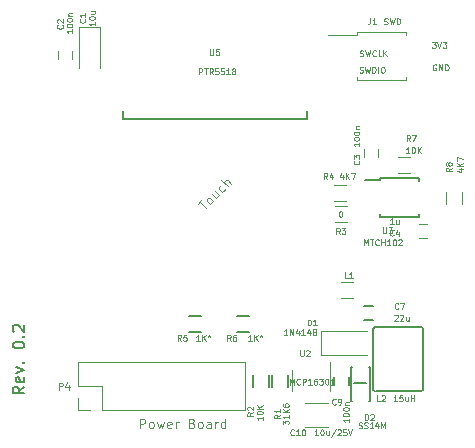
<source format=gto>
G04 #@! TF.GenerationSoftware,KiCad,Pcbnew,no-vcs-found-161045f~59~ubuntu16.04.1*
G04 #@! TF.CreationDate,2017-07-27T15:02:28+03:00*
G04 #@! TF.ProjectId,livolo_1_channel_1way_eu_switch,6C69766F6C6F5F315F6368616E6E656C,rev?*
G04 #@! TF.SameCoordinates,Original*
G04 #@! TF.FileFunction,Legend,Top*
G04 #@! TF.FilePolarity,Positive*
%FSLAX46Y46*%
G04 Gerber Fmt 4.6, Leading zero omitted, Abs format (unit mm)*
G04 Created by KiCad (PCBNEW no-vcs-found-161045f~59~ubuntu16.04.1) date Thu Jul 27 15:02:28 2017*
%MOMM*%
%LPD*%
G01*
G04 APERTURE LIST*
%ADD10C,0.200000*%
%ADD11C,0.100000*%
%ADD12C,0.120000*%
%ADD13C,0.150000*%
%ADD14R,2.000000X1.000000*%
%ADD15R,2.500000X0.812800*%
%ADD16R,4.000000X2.000000*%
%ADD17R,1.200000X2.000000*%
%ADD18R,1.200000X1.400000*%
%ADD19R,0.900000X1.200000*%
%ADD20R,0.650000X1.060000*%
%ADD21C,1.500000*%
%ADD22R,1.200000X0.750000*%
%ADD23R,0.750000X1.200000*%
%ADD24R,1.200000X0.900000*%
%ADD25R,0.500000X0.900000*%
%ADD26O,1.350000X1.350000*%
%ADD27R,1.350000X1.350000*%
%ADD28R,1.260000X1.750000*%
%ADD29R,1.000000X1.600000*%
%ADD30R,1.450000X0.450000*%
G04 APERTURE END LIST*
D10*
X126052380Y-108609523D02*
X125576190Y-108942857D01*
X126052380Y-109180952D02*
X125052380Y-109180952D01*
X125052380Y-108800000D01*
X125100000Y-108704761D01*
X125147619Y-108657142D01*
X125242857Y-108609523D01*
X125385714Y-108609523D01*
X125480952Y-108657142D01*
X125528571Y-108704761D01*
X125576190Y-108800000D01*
X125576190Y-109180952D01*
X126004761Y-107800000D02*
X126052380Y-107895238D01*
X126052380Y-108085714D01*
X126004761Y-108180952D01*
X125909523Y-108228571D01*
X125528571Y-108228571D01*
X125433333Y-108180952D01*
X125385714Y-108085714D01*
X125385714Y-107895238D01*
X125433333Y-107800000D01*
X125528571Y-107752380D01*
X125623809Y-107752380D01*
X125719047Y-108228571D01*
X125385714Y-107419047D02*
X126052380Y-107180952D01*
X125385714Y-106942857D01*
X125957142Y-106561904D02*
X126004761Y-106514285D01*
X126052380Y-106561904D01*
X126004761Y-106609523D01*
X125957142Y-106561904D01*
X126052380Y-106561904D01*
X125052380Y-105133333D02*
X125052380Y-105038095D01*
X125100000Y-104942857D01*
X125147619Y-104895238D01*
X125242857Y-104847619D01*
X125433333Y-104800000D01*
X125671428Y-104800000D01*
X125861904Y-104847619D01*
X125957142Y-104895238D01*
X126004761Y-104942857D01*
X126052380Y-105038095D01*
X126052380Y-105133333D01*
X126004761Y-105228571D01*
X125957142Y-105276190D01*
X125861904Y-105323809D01*
X125671428Y-105371428D01*
X125433333Y-105371428D01*
X125242857Y-105323809D01*
X125147619Y-105276190D01*
X125100000Y-105228571D01*
X125052380Y-105133333D01*
X125957142Y-104371428D02*
X126004761Y-104323809D01*
X126052380Y-104371428D01*
X126004761Y-104419047D01*
X125957142Y-104371428D01*
X126052380Y-104371428D01*
X125147619Y-103942857D02*
X125100000Y-103895238D01*
X125052380Y-103800000D01*
X125052380Y-103561904D01*
X125100000Y-103466666D01*
X125147619Y-103419047D01*
X125242857Y-103371428D01*
X125338095Y-103371428D01*
X125480952Y-103419047D01*
X126052380Y-103990476D01*
X126052380Y-103371428D01*
D11*
X154440476Y-82002380D02*
X154511904Y-82026190D01*
X154630952Y-82026190D01*
X154678571Y-82002380D01*
X154702380Y-81978571D01*
X154726190Y-81930952D01*
X154726190Y-81883333D01*
X154702380Y-81835714D01*
X154678571Y-81811904D01*
X154630952Y-81788095D01*
X154535714Y-81764285D01*
X154488095Y-81740476D01*
X154464285Y-81716666D01*
X154440476Y-81669047D01*
X154440476Y-81621428D01*
X154464285Y-81573809D01*
X154488095Y-81550000D01*
X154535714Y-81526190D01*
X154654761Y-81526190D01*
X154726190Y-81550000D01*
X154892857Y-81526190D02*
X155011904Y-82026190D01*
X155107142Y-81669047D01*
X155202380Y-82026190D01*
X155321428Y-81526190D01*
X155511904Y-82026190D02*
X155511904Y-81526190D01*
X155630952Y-81526190D01*
X155702380Y-81550000D01*
X155750000Y-81597619D01*
X155773809Y-81645238D01*
X155797619Y-81740476D01*
X155797619Y-81811904D01*
X155773809Y-81907142D01*
X155750000Y-81954761D01*
X155702380Y-82002380D01*
X155630952Y-82026190D01*
X155511904Y-82026190D01*
X156011904Y-82026190D02*
X156011904Y-81526190D01*
X156345238Y-81526190D02*
X156440476Y-81526190D01*
X156488095Y-81550000D01*
X156535714Y-81597619D01*
X156559523Y-81692857D01*
X156559523Y-81859523D01*
X156535714Y-81954761D01*
X156488095Y-82002380D01*
X156440476Y-82026190D01*
X156345238Y-82026190D01*
X156297619Y-82002380D01*
X156250000Y-81954761D01*
X156226190Y-81859523D01*
X156226190Y-81692857D01*
X156250000Y-81597619D01*
X156297619Y-81550000D01*
X156345238Y-81526190D01*
X160919047Y-81350000D02*
X160871428Y-81326190D01*
X160800000Y-81326190D01*
X160728571Y-81350000D01*
X160680952Y-81397619D01*
X160657142Y-81445238D01*
X160633333Y-81540476D01*
X160633333Y-81611904D01*
X160657142Y-81707142D01*
X160680952Y-81754761D01*
X160728571Y-81802380D01*
X160800000Y-81826190D01*
X160847619Y-81826190D01*
X160919047Y-81802380D01*
X160942857Y-81778571D01*
X160942857Y-81611904D01*
X160847619Y-81611904D01*
X161157142Y-81826190D02*
X161157142Y-81326190D01*
X161442857Y-81826190D01*
X161442857Y-81326190D01*
X161680952Y-81826190D02*
X161680952Y-81326190D01*
X161800000Y-81326190D01*
X161871428Y-81350000D01*
X161919047Y-81397619D01*
X161942857Y-81445238D01*
X161966666Y-81540476D01*
X161966666Y-81611904D01*
X161942857Y-81707142D01*
X161919047Y-81754761D01*
X161871428Y-81802380D01*
X161800000Y-81826190D01*
X161680952Y-81826190D01*
X154469047Y-80602380D02*
X154540476Y-80626190D01*
X154659523Y-80626190D01*
X154707142Y-80602380D01*
X154730952Y-80578571D01*
X154754761Y-80530952D01*
X154754761Y-80483333D01*
X154730952Y-80435714D01*
X154707142Y-80411904D01*
X154659523Y-80388095D01*
X154564285Y-80364285D01*
X154516666Y-80340476D01*
X154492857Y-80316666D01*
X154469047Y-80269047D01*
X154469047Y-80221428D01*
X154492857Y-80173809D01*
X154516666Y-80150000D01*
X154564285Y-80126190D01*
X154683333Y-80126190D01*
X154754761Y-80150000D01*
X154921428Y-80126190D02*
X155040476Y-80626190D01*
X155135714Y-80269047D01*
X155230952Y-80626190D01*
X155350000Y-80126190D01*
X155826190Y-80578571D02*
X155802380Y-80602380D01*
X155730952Y-80626190D01*
X155683333Y-80626190D01*
X155611904Y-80602380D01*
X155564285Y-80554761D01*
X155540476Y-80507142D01*
X155516666Y-80411904D01*
X155516666Y-80340476D01*
X155540476Y-80245238D01*
X155564285Y-80197619D01*
X155611904Y-80150000D01*
X155683333Y-80126190D01*
X155730952Y-80126190D01*
X155802380Y-80150000D01*
X155826190Y-80173809D01*
X156278571Y-80626190D02*
X156040476Y-80626190D01*
X156040476Y-80126190D01*
X156445238Y-80626190D02*
X156445238Y-80126190D01*
X156730952Y-80626190D02*
X156516666Y-80340476D01*
X156730952Y-80126190D02*
X156445238Y-80411904D01*
X160580952Y-79426190D02*
X160890476Y-79426190D01*
X160723809Y-79616666D01*
X160795238Y-79616666D01*
X160842857Y-79640476D01*
X160866666Y-79664285D01*
X160890476Y-79711904D01*
X160890476Y-79830952D01*
X160866666Y-79878571D01*
X160842857Y-79902380D01*
X160795238Y-79926190D01*
X160652380Y-79926190D01*
X160604761Y-79902380D01*
X160580952Y-79878571D01*
X161033333Y-79426190D02*
X161200000Y-79926190D01*
X161366666Y-79426190D01*
X161485714Y-79426190D02*
X161795238Y-79426190D01*
X161628571Y-79616666D01*
X161700000Y-79616666D01*
X161747619Y-79640476D01*
X161771428Y-79664285D01*
X161795238Y-79711904D01*
X161795238Y-79830952D01*
X161771428Y-79878571D01*
X161747619Y-79902380D01*
X161700000Y-79926190D01*
X161557142Y-79926190D01*
X161509523Y-79902380D01*
X161485714Y-79878571D01*
D12*
X151775000Y-78800000D02*
X154215000Y-78800000D01*
X158335000Y-82660000D02*
X158335000Y-82400000D01*
X154215000Y-82660000D02*
X158335000Y-82660000D01*
X154215000Y-82400000D02*
X154215000Y-82660000D01*
X158335000Y-78540000D02*
X158335000Y-78800000D01*
X154215000Y-78540000D02*
X158335000Y-78540000D01*
X154215000Y-78800000D02*
X154215000Y-78540000D01*
D13*
X134374400Y-85929200D02*
X134374400Y-85270074D01*
X149995400Y-85929200D02*
X134374156Y-85929200D01*
X149995400Y-85294200D02*
X149995400Y-85929707D01*
X155600000Y-108875000D02*
X155775000Y-109000000D01*
X159800000Y-108850000D02*
X159675000Y-109000000D01*
X159675000Y-109000000D02*
X155800000Y-109000000D01*
X159800000Y-103650000D02*
X159600000Y-103550000D01*
X159800000Y-108850000D02*
X159800000Y-103650000D01*
X155800000Y-103550000D02*
X159600000Y-103550000D01*
X155600000Y-108875000D02*
X155600000Y-103675000D01*
X155600000Y-103675000D02*
X155800000Y-103550000D01*
D10*
X155000000Y-108300000D02*
X154000000Y-108300000D01*
D13*
X155300000Y-109800000D02*
X155200000Y-109800000D01*
X155300000Y-106900000D02*
X155300000Y-109800000D01*
X153700000Y-106900000D02*
X153700000Y-109801723D01*
X153800000Y-109800000D02*
X153700000Y-109800000D01*
X153800000Y-106900000D02*
X153700000Y-106900000D01*
X155300000Y-106900000D02*
X155200000Y-106900000D01*
X145425000Y-108600000D02*
X145425000Y-107600000D01*
X146775000Y-107600000D02*
X146775000Y-108600000D01*
D12*
X151910000Y-109000000D02*
X151910000Y-106550000D01*
X148690000Y-107200000D02*
X148690000Y-109000000D01*
D13*
X154850000Y-101800000D02*
X155550000Y-101800000D01*
X155550000Y-103000000D02*
X154850000Y-103000000D01*
X152300000Y-108450000D02*
X152300000Y-107750000D01*
X153500000Y-107750000D02*
X153500000Y-108450000D01*
D12*
X151150000Y-103900000D02*
X155050000Y-103900000D01*
X151150000Y-105900000D02*
X155050000Y-105900000D01*
X151150000Y-103900000D02*
X151150000Y-105900000D01*
D13*
X148375000Y-107600000D02*
X148375000Y-108600000D01*
X147025000Y-108600000D02*
X147025000Y-107600000D01*
X141000000Y-103975000D02*
X140000000Y-103975000D01*
X140000000Y-102625000D02*
X141000000Y-102625000D01*
X144100000Y-102625000D02*
X145100000Y-102625000D01*
X145100000Y-103975000D02*
X144100000Y-103975000D01*
D12*
X153900000Y-101080000D02*
X152900000Y-101080000D01*
X152900000Y-99720000D02*
X153900000Y-99720000D01*
X130590000Y-110610000D02*
X130590000Y-109550000D01*
X131650000Y-110610000D02*
X130590000Y-110610000D01*
X132650000Y-108550000D02*
X132650000Y-110610000D01*
X130590000Y-108550000D02*
X132650000Y-108550000D01*
X130590000Y-106490000D02*
X130590000Y-108550000D01*
X144710000Y-106490000D02*
X130590000Y-106490000D01*
X144710000Y-110610000D02*
X144710000Y-106490000D01*
X132650000Y-110610000D02*
X144710000Y-110610000D01*
X132500000Y-78150000D02*
X130700000Y-78150000D01*
X130700000Y-78150000D02*
X130700000Y-81600000D01*
X132500000Y-78150000D02*
X132500000Y-81600000D01*
X130100000Y-80200000D02*
X130100000Y-80900000D01*
X128900000Y-80900000D02*
X128900000Y-80200000D01*
X149800000Y-112020000D02*
X151800000Y-112020000D01*
X151800000Y-109980000D02*
X149800000Y-109980000D01*
X156000000Y-88450000D02*
X156000000Y-89150000D01*
X154800000Y-89150000D02*
X154800000Y-88450000D01*
X159450000Y-94800000D02*
X160150000Y-94800000D01*
X160150000Y-96000000D02*
X159450000Y-96000000D01*
X152350000Y-93320000D02*
X153350000Y-93320000D01*
X153350000Y-94680000D02*
X152350000Y-94680000D01*
X153300000Y-92880000D02*
X152300000Y-92880000D01*
X152300000Y-91520000D02*
X153300000Y-91520000D01*
X158700000Y-90480000D02*
X157700000Y-90480000D01*
X157700000Y-89120000D02*
X158700000Y-89120000D01*
X161720000Y-93100000D02*
X161720000Y-92100000D01*
X163080000Y-92100000D02*
X163080000Y-93100000D01*
D13*
X156125000Y-91100000D02*
X154875000Y-91100000D01*
X156125000Y-94275000D02*
X159475000Y-94275000D01*
X156125000Y-90925000D02*
X159475000Y-90925000D01*
X156125000Y-94275000D02*
X156125000Y-94025000D01*
X159475000Y-94275000D02*
X159475000Y-94025000D01*
X159475000Y-90925000D02*
X159475000Y-91175000D01*
X156125000Y-90925000D02*
X156125000Y-91100000D01*
D11*
X155333333Y-77426190D02*
X155333333Y-77783333D01*
X155309523Y-77854761D01*
X155261904Y-77902380D01*
X155190476Y-77926190D01*
X155142857Y-77926190D01*
X155833333Y-77926190D02*
X155547619Y-77926190D01*
X155690476Y-77926190D02*
X155690476Y-77426190D01*
X155642857Y-77497619D01*
X155595238Y-77545238D01*
X155547619Y-77569047D01*
X156521428Y-77902380D02*
X156592857Y-77926190D01*
X156711904Y-77926190D01*
X156759523Y-77902380D01*
X156783333Y-77878571D01*
X156807142Y-77830952D01*
X156807142Y-77783333D01*
X156783333Y-77735714D01*
X156759523Y-77711904D01*
X156711904Y-77688095D01*
X156616666Y-77664285D01*
X156569047Y-77640476D01*
X156545238Y-77616666D01*
X156521428Y-77569047D01*
X156521428Y-77521428D01*
X156545238Y-77473809D01*
X156569047Y-77450000D01*
X156616666Y-77426190D01*
X156735714Y-77426190D01*
X156807142Y-77450000D01*
X156973809Y-77426190D02*
X157092857Y-77926190D01*
X157188095Y-77569047D01*
X157283333Y-77926190D01*
X157402380Y-77426190D01*
X157592857Y-77926190D02*
X157592857Y-77426190D01*
X157711904Y-77426190D01*
X157783333Y-77450000D01*
X157830952Y-77497619D01*
X157854761Y-77545238D01*
X157878571Y-77640476D01*
X157878571Y-77711904D01*
X157854761Y-77807142D01*
X157830952Y-77854761D01*
X157783333Y-77902380D01*
X157711904Y-77926190D01*
X157592857Y-77926190D01*
X141765847Y-80016590D02*
X141765847Y-80421352D01*
X141789657Y-80468971D01*
X141813466Y-80492780D01*
X141861085Y-80516590D01*
X141956323Y-80516590D01*
X142003942Y-80492780D01*
X142027752Y-80468971D01*
X142051561Y-80421352D01*
X142051561Y-80016590D01*
X142527752Y-80016590D02*
X142289657Y-80016590D01*
X142265847Y-80254685D01*
X142289657Y-80230876D01*
X142337276Y-80207066D01*
X142456323Y-80207066D01*
X142503942Y-80230876D01*
X142527752Y-80254685D01*
X142551561Y-80302304D01*
X142551561Y-80421352D01*
X142527752Y-80468971D01*
X142503942Y-80492780D01*
X142456323Y-80516590D01*
X142337276Y-80516590D01*
X142289657Y-80492780D01*
X142265847Y-80468971D01*
X140851590Y-82167590D02*
X140851590Y-81667590D01*
X141042066Y-81667590D01*
X141089685Y-81691400D01*
X141113495Y-81715209D01*
X141137304Y-81762828D01*
X141137304Y-81834257D01*
X141113495Y-81881876D01*
X141089685Y-81905685D01*
X141042066Y-81929495D01*
X140851590Y-81929495D01*
X141280161Y-81667590D02*
X141565876Y-81667590D01*
X141423019Y-82167590D02*
X141423019Y-81667590D01*
X142018257Y-82167590D02*
X141851590Y-81929495D01*
X141732542Y-82167590D02*
X141732542Y-81667590D01*
X141923019Y-81667590D01*
X141970638Y-81691400D01*
X141994447Y-81715209D01*
X142018257Y-81762828D01*
X142018257Y-81834257D01*
X141994447Y-81881876D01*
X141970638Y-81905685D01*
X141923019Y-81929495D01*
X141732542Y-81929495D01*
X142470638Y-81667590D02*
X142232542Y-81667590D01*
X142208733Y-81905685D01*
X142232542Y-81881876D01*
X142280161Y-81858066D01*
X142399209Y-81858066D01*
X142446828Y-81881876D01*
X142470638Y-81905685D01*
X142494447Y-81953304D01*
X142494447Y-82072352D01*
X142470638Y-82119971D01*
X142446828Y-82143780D01*
X142399209Y-82167590D01*
X142280161Y-82167590D01*
X142232542Y-82143780D01*
X142208733Y-82119971D01*
X142946828Y-81667590D02*
X142708733Y-81667590D01*
X142684923Y-81905685D01*
X142708733Y-81881876D01*
X142756352Y-81858066D01*
X142875400Y-81858066D01*
X142923019Y-81881876D01*
X142946828Y-81905685D01*
X142970638Y-81953304D01*
X142970638Y-82072352D01*
X142946828Y-82119971D01*
X142923019Y-82143780D01*
X142875400Y-82167590D01*
X142756352Y-82167590D01*
X142708733Y-82143780D01*
X142684923Y-82119971D01*
X143446828Y-82167590D02*
X143161114Y-82167590D01*
X143303971Y-82167590D02*
X143303971Y-81667590D01*
X143256352Y-81739019D01*
X143208733Y-81786638D01*
X143161114Y-81810447D01*
X143732542Y-81881876D02*
X143684923Y-81858066D01*
X143661114Y-81834257D01*
X143637304Y-81786638D01*
X143637304Y-81762828D01*
X143661114Y-81715209D01*
X143684923Y-81691400D01*
X143732542Y-81667590D01*
X143827780Y-81667590D01*
X143875400Y-81691400D01*
X143899209Y-81715209D01*
X143923019Y-81762828D01*
X143923019Y-81786638D01*
X143899209Y-81834257D01*
X143875400Y-81858066D01*
X143827780Y-81881876D01*
X143732542Y-81881876D01*
X143684923Y-81905685D01*
X143661114Y-81929495D01*
X143637304Y-81977114D01*
X143637304Y-82072352D01*
X143661114Y-82119971D01*
X143684923Y-82143780D01*
X143732542Y-82167590D01*
X143827780Y-82167590D01*
X143875400Y-82143780D01*
X143899209Y-82119971D01*
X143923019Y-82072352D01*
X143923019Y-81977114D01*
X143899209Y-81929495D01*
X143875400Y-81905685D01*
X143827780Y-81881876D01*
X156166666Y-109826190D02*
X155928571Y-109826190D01*
X155928571Y-109326190D01*
X156309523Y-109373809D02*
X156333333Y-109350000D01*
X156380952Y-109326190D01*
X156500000Y-109326190D01*
X156547619Y-109350000D01*
X156571428Y-109373809D01*
X156595238Y-109421428D01*
X156595238Y-109469047D01*
X156571428Y-109540476D01*
X156285714Y-109826190D01*
X156595238Y-109826190D01*
X157616666Y-109826190D02*
X157330952Y-109826190D01*
X157473809Y-109826190D02*
X157473809Y-109326190D01*
X157426190Y-109397619D01*
X157378571Y-109445238D01*
X157330952Y-109469047D01*
X158069047Y-109326190D02*
X157830952Y-109326190D01*
X157807142Y-109564285D01*
X157830952Y-109540476D01*
X157878571Y-109516666D01*
X157997619Y-109516666D01*
X158045238Y-109540476D01*
X158069047Y-109564285D01*
X158092857Y-109611904D01*
X158092857Y-109730952D01*
X158069047Y-109778571D01*
X158045238Y-109802380D01*
X157997619Y-109826190D01*
X157878571Y-109826190D01*
X157830952Y-109802380D01*
X157807142Y-109778571D01*
X158521428Y-109492857D02*
X158521428Y-109826190D01*
X158307142Y-109492857D02*
X158307142Y-109754761D01*
X158330952Y-109802380D01*
X158378571Y-109826190D01*
X158450000Y-109826190D01*
X158497619Y-109802380D01*
X158521428Y-109778571D01*
X158759523Y-109826190D02*
X158759523Y-109326190D01*
X158759523Y-109564285D02*
X159045238Y-109564285D01*
X159045238Y-109826190D02*
X159045238Y-109326190D01*
X154880952Y-111426190D02*
X154880952Y-110926190D01*
X155000000Y-110926190D01*
X155071428Y-110950000D01*
X155119047Y-110997619D01*
X155142857Y-111045238D01*
X155166666Y-111140476D01*
X155166666Y-111211904D01*
X155142857Y-111307142D01*
X155119047Y-111354761D01*
X155071428Y-111402380D01*
X155000000Y-111426190D01*
X154880952Y-111426190D01*
X155357142Y-110973809D02*
X155380952Y-110950000D01*
X155428571Y-110926190D01*
X155547619Y-110926190D01*
X155595238Y-110950000D01*
X155619047Y-110973809D01*
X155642857Y-111021428D01*
X155642857Y-111069047D01*
X155619047Y-111140476D01*
X155333333Y-111426190D01*
X155642857Y-111426190D01*
X154357142Y-112102380D02*
X154428571Y-112126190D01*
X154547619Y-112126190D01*
X154595238Y-112102380D01*
X154619047Y-112078571D01*
X154642857Y-112030952D01*
X154642857Y-111983333D01*
X154619047Y-111935714D01*
X154595238Y-111911904D01*
X154547619Y-111888095D01*
X154452380Y-111864285D01*
X154404761Y-111840476D01*
X154380952Y-111816666D01*
X154357142Y-111769047D01*
X154357142Y-111721428D01*
X154380952Y-111673809D01*
X154404761Y-111650000D01*
X154452380Y-111626190D01*
X154571428Y-111626190D01*
X154642857Y-111650000D01*
X154833333Y-112102380D02*
X154904761Y-112126190D01*
X155023809Y-112126190D01*
X155071428Y-112102380D01*
X155095238Y-112078571D01*
X155119047Y-112030952D01*
X155119047Y-111983333D01*
X155095238Y-111935714D01*
X155071428Y-111911904D01*
X155023809Y-111888095D01*
X154928571Y-111864285D01*
X154880952Y-111840476D01*
X154857142Y-111816666D01*
X154833333Y-111769047D01*
X154833333Y-111721428D01*
X154857142Y-111673809D01*
X154880952Y-111650000D01*
X154928571Y-111626190D01*
X155047619Y-111626190D01*
X155119047Y-111650000D01*
X155595238Y-112126190D02*
X155309523Y-112126190D01*
X155452380Y-112126190D02*
X155452380Y-111626190D01*
X155404761Y-111697619D01*
X155357142Y-111745238D01*
X155309523Y-111769047D01*
X156023809Y-111792857D02*
X156023809Y-112126190D01*
X155904761Y-111602380D02*
X155785714Y-111959523D01*
X156095238Y-111959523D01*
X156285714Y-112126190D02*
X156285714Y-111626190D01*
X156452380Y-111983333D01*
X156619047Y-111626190D01*
X156619047Y-112126190D01*
X145426190Y-110783333D02*
X145188095Y-110950000D01*
X145426190Y-111069047D02*
X144926190Y-111069047D01*
X144926190Y-110878571D01*
X144950000Y-110830952D01*
X144973809Y-110807142D01*
X145021428Y-110783333D01*
X145092857Y-110783333D01*
X145140476Y-110807142D01*
X145164285Y-110830952D01*
X145188095Y-110878571D01*
X145188095Y-111069047D01*
X144973809Y-110592857D02*
X144950000Y-110569047D01*
X144926190Y-110521428D01*
X144926190Y-110402380D01*
X144950000Y-110354761D01*
X144973809Y-110330952D01*
X145021428Y-110307142D01*
X145069047Y-110307142D01*
X145140476Y-110330952D01*
X145426190Y-110616666D01*
X145426190Y-110307142D01*
X146226190Y-111145238D02*
X146226190Y-111430952D01*
X146226190Y-111288095D02*
X145726190Y-111288095D01*
X145797619Y-111335714D01*
X145845238Y-111383333D01*
X145869047Y-111430952D01*
X145726190Y-110835714D02*
X145726190Y-110788095D01*
X145750000Y-110740476D01*
X145773809Y-110716666D01*
X145821428Y-110692857D01*
X145916666Y-110669047D01*
X146035714Y-110669047D01*
X146130952Y-110692857D01*
X146178571Y-110716666D01*
X146202380Y-110740476D01*
X146226190Y-110788095D01*
X146226190Y-110835714D01*
X146202380Y-110883333D01*
X146178571Y-110907142D01*
X146130952Y-110930952D01*
X146035714Y-110954761D01*
X145916666Y-110954761D01*
X145821428Y-110930952D01*
X145773809Y-110907142D01*
X145750000Y-110883333D01*
X145726190Y-110835714D01*
X146226190Y-110454761D02*
X145726190Y-110454761D01*
X146226190Y-110169047D02*
X145940476Y-110383333D01*
X145726190Y-110169047D02*
X146011904Y-110454761D01*
X149419047Y-105526190D02*
X149419047Y-105930952D01*
X149442857Y-105978571D01*
X149466666Y-106002380D01*
X149514285Y-106026190D01*
X149609523Y-106026190D01*
X149657142Y-106002380D01*
X149680952Y-105978571D01*
X149704761Y-105930952D01*
X149704761Y-105526190D01*
X149919047Y-105573809D02*
X149942857Y-105550000D01*
X149990476Y-105526190D01*
X150109523Y-105526190D01*
X150157142Y-105550000D01*
X150180952Y-105573809D01*
X150204761Y-105621428D01*
X150204761Y-105669047D01*
X150180952Y-105740476D01*
X149895238Y-106026190D01*
X150204761Y-106026190D01*
X148542857Y-108426190D02*
X148542857Y-107926190D01*
X148709523Y-108283333D01*
X148876190Y-107926190D01*
X148876190Y-108426190D01*
X149400000Y-108378571D02*
X149376190Y-108402380D01*
X149304761Y-108426190D01*
X149257142Y-108426190D01*
X149185714Y-108402380D01*
X149138095Y-108354761D01*
X149114285Y-108307142D01*
X149090476Y-108211904D01*
X149090476Y-108140476D01*
X149114285Y-108045238D01*
X149138095Y-107997619D01*
X149185714Y-107950000D01*
X149257142Y-107926190D01*
X149304761Y-107926190D01*
X149376190Y-107950000D01*
X149400000Y-107973809D01*
X149614285Y-108426190D02*
X149614285Y-107926190D01*
X149804761Y-107926190D01*
X149852380Y-107950000D01*
X149876190Y-107973809D01*
X149900000Y-108021428D01*
X149900000Y-108092857D01*
X149876190Y-108140476D01*
X149852380Y-108164285D01*
X149804761Y-108188095D01*
X149614285Y-108188095D01*
X150376190Y-108426190D02*
X150090476Y-108426190D01*
X150233333Y-108426190D02*
X150233333Y-107926190D01*
X150185714Y-107997619D01*
X150138095Y-108045238D01*
X150090476Y-108069047D01*
X150804761Y-107926190D02*
X150709523Y-107926190D01*
X150661904Y-107950000D01*
X150638095Y-107973809D01*
X150590476Y-108045238D01*
X150566666Y-108140476D01*
X150566666Y-108330952D01*
X150590476Y-108378571D01*
X150614285Y-108402380D01*
X150661904Y-108426190D01*
X150757142Y-108426190D01*
X150804761Y-108402380D01*
X150828571Y-108378571D01*
X150852380Y-108330952D01*
X150852380Y-108211904D01*
X150828571Y-108164285D01*
X150804761Y-108140476D01*
X150757142Y-108116666D01*
X150661904Y-108116666D01*
X150614285Y-108140476D01*
X150590476Y-108164285D01*
X150566666Y-108211904D01*
X151019047Y-107926190D02*
X151328571Y-107926190D01*
X151161904Y-108116666D01*
X151233333Y-108116666D01*
X151280952Y-108140476D01*
X151304761Y-108164285D01*
X151328571Y-108211904D01*
X151328571Y-108330952D01*
X151304761Y-108378571D01*
X151280952Y-108402380D01*
X151233333Y-108426190D01*
X151090476Y-108426190D01*
X151042857Y-108402380D01*
X151019047Y-108378571D01*
X151638095Y-107926190D02*
X151685714Y-107926190D01*
X151733333Y-107950000D01*
X151757142Y-107973809D01*
X151780952Y-108021428D01*
X151804761Y-108116666D01*
X151804761Y-108235714D01*
X151780952Y-108330952D01*
X151757142Y-108378571D01*
X151733333Y-108402380D01*
X151685714Y-108426190D01*
X151638095Y-108426190D01*
X151590476Y-108402380D01*
X151566666Y-108378571D01*
X151542857Y-108330952D01*
X151519047Y-108235714D01*
X151519047Y-108116666D01*
X151542857Y-108021428D01*
X151566666Y-107973809D01*
X151590476Y-107950000D01*
X151638095Y-107926190D01*
X152280952Y-108426190D02*
X151995238Y-108426190D01*
X152138095Y-108426190D02*
X152138095Y-107926190D01*
X152090476Y-107997619D01*
X152042857Y-108045238D01*
X151995238Y-108069047D01*
X157716666Y-101978571D02*
X157692857Y-102002380D01*
X157621428Y-102026190D01*
X157573809Y-102026190D01*
X157502380Y-102002380D01*
X157454761Y-101954761D01*
X157430952Y-101907142D01*
X157407142Y-101811904D01*
X157407142Y-101740476D01*
X157430952Y-101645238D01*
X157454761Y-101597619D01*
X157502380Y-101550000D01*
X157573809Y-101526190D01*
X157621428Y-101526190D01*
X157692857Y-101550000D01*
X157716666Y-101573809D01*
X157883333Y-101526190D02*
X158216666Y-101526190D01*
X158002380Y-102026190D01*
X157392857Y-102573809D02*
X157416666Y-102550000D01*
X157464285Y-102526190D01*
X157583333Y-102526190D01*
X157630952Y-102550000D01*
X157654761Y-102573809D01*
X157678571Y-102621428D01*
X157678571Y-102669047D01*
X157654761Y-102740476D01*
X157369047Y-103026190D01*
X157678571Y-103026190D01*
X157869047Y-102573809D02*
X157892857Y-102550000D01*
X157940476Y-102526190D01*
X158059523Y-102526190D01*
X158107142Y-102550000D01*
X158130952Y-102573809D01*
X158154761Y-102621428D01*
X158154761Y-102669047D01*
X158130952Y-102740476D01*
X157845238Y-103026190D01*
X158154761Y-103026190D01*
X158583333Y-102692857D02*
X158583333Y-103026190D01*
X158369047Y-102692857D02*
X158369047Y-102954761D01*
X158392857Y-103002380D01*
X158440476Y-103026190D01*
X158511904Y-103026190D01*
X158559523Y-103002380D01*
X158583333Y-102978571D01*
X152416666Y-110078571D02*
X152392857Y-110102380D01*
X152321428Y-110126190D01*
X152273809Y-110126190D01*
X152202380Y-110102380D01*
X152154761Y-110054761D01*
X152130952Y-110007142D01*
X152107142Y-109911904D01*
X152107142Y-109840476D01*
X152130952Y-109745238D01*
X152154761Y-109697619D01*
X152202380Y-109650000D01*
X152273809Y-109626190D01*
X152321428Y-109626190D01*
X152392857Y-109650000D01*
X152416666Y-109673809D01*
X152654761Y-110126190D02*
X152750000Y-110126190D01*
X152797619Y-110102380D01*
X152821428Y-110078571D01*
X152869047Y-110007142D01*
X152892857Y-109911904D01*
X152892857Y-109721428D01*
X152869047Y-109673809D01*
X152845238Y-109650000D01*
X152797619Y-109626190D01*
X152702380Y-109626190D01*
X152654761Y-109650000D01*
X152630952Y-109673809D01*
X152607142Y-109721428D01*
X152607142Y-109840476D01*
X152630952Y-109888095D01*
X152654761Y-109911904D01*
X152702380Y-109935714D01*
X152797619Y-109935714D01*
X152845238Y-109911904D01*
X152869047Y-109888095D01*
X152892857Y-109840476D01*
X153526190Y-111309523D02*
X153526190Y-111595238D01*
X153526190Y-111452380D02*
X153026190Y-111452380D01*
X153097619Y-111500000D01*
X153145238Y-111547619D01*
X153169047Y-111595238D01*
X153026190Y-111000000D02*
X153026190Y-110952380D01*
X153050000Y-110904761D01*
X153073809Y-110880952D01*
X153121428Y-110857142D01*
X153216666Y-110833333D01*
X153335714Y-110833333D01*
X153430952Y-110857142D01*
X153478571Y-110880952D01*
X153502380Y-110904761D01*
X153526190Y-110952380D01*
X153526190Y-111000000D01*
X153502380Y-111047619D01*
X153478571Y-111071428D01*
X153430952Y-111095238D01*
X153335714Y-111119047D01*
X153216666Y-111119047D01*
X153121428Y-111095238D01*
X153073809Y-111071428D01*
X153050000Y-111047619D01*
X153026190Y-111000000D01*
X153026190Y-110523809D02*
X153026190Y-110476190D01*
X153050000Y-110428571D01*
X153073809Y-110404761D01*
X153121428Y-110380952D01*
X153216666Y-110357142D01*
X153335714Y-110357142D01*
X153430952Y-110380952D01*
X153478571Y-110404761D01*
X153502380Y-110428571D01*
X153526190Y-110476190D01*
X153526190Y-110523809D01*
X153502380Y-110571428D01*
X153478571Y-110595238D01*
X153430952Y-110619047D01*
X153335714Y-110642857D01*
X153216666Y-110642857D01*
X153121428Y-110619047D01*
X153073809Y-110595238D01*
X153050000Y-110571428D01*
X153026190Y-110523809D01*
X153192857Y-110142857D02*
X153526190Y-110142857D01*
X153240476Y-110142857D02*
X153216666Y-110119047D01*
X153192857Y-110071428D01*
X153192857Y-110000000D01*
X153216666Y-109952380D01*
X153264285Y-109928571D01*
X153526190Y-109928571D01*
X150030952Y-103426190D02*
X150030952Y-102926190D01*
X150150000Y-102926190D01*
X150221428Y-102950000D01*
X150269047Y-102997619D01*
X150292857Y-103045238D01*
X150316666Y-103140476D01*
X150316666Y-103211904D01*
X150292857Y-103307142D01*
X150269047Y-103354761D01*
X150221428Y-103402380D01*
X150150000Y-103426190D01*
X150030952Y-103426190D01*
X150792857Y-103426190D02*
X150507142Y-103426190D01*
X150650000Y-103426190D02*
X150650000Y-102926190D01*
X150602380Y-102997619D01*
X150554761Y-103045238D01*
X150507142Y-103069047D01*
X148328571Y-104226190D02*
X148042857Y-104226190D01*
X148185714Y-104226190D02*
X148185714Y-103726190D01*
X148138095Y-103797619D01*
X148090476Y-103845238D01*
X148042857Y-103869047D01*
X148542857Y-104226190D02*
X148542857Y-103726190D01*
X148828571Y-104226190D01*
X148828571Y-103726190D01*
X149280952Y-103892857D02*
X149280952Y-104226190D01*
X149161904Y-103702380D02*
X149042857Y-104059523D01*
X149352380Y-104059523D01*
X149804761Y-104226190D02*
X149519047Y-104226190D01*
X149661904Y-104226190D02*
X149661904Y-103726190D01*
X149614285Y-103797619D01*
X149566666Y-103845238D01*
X149519047Y-103869047D01*
X150233333Y-103892857D02*
X150233333Y-104226190D01*
X150114285Y-103702380D02*
X149995238Y-104059523D01*
X150304761Y-104059523D01*
X150566666Y-103940476D02*
X150519047Y-103916666D01*
X150495238Y-103892857D01*
X150471428Y-103845238D01*
X150471428Y-103821428D01*
X150495238Y-103773809D01*
X150519047Y-103750000D01*
X150566666Y-103726190D01*
X150661904Y-103726190D01*
X150709523Y-103750000D01*
X150733333Y-103773809D01*
X150757142Y-103821428D01*
X150757142Y-103845238D01*
X150733333Y-103892857D01*
X150709523Y-103916666D01*
X150661904Y-103940476D01*
X150566666Y-103940476D01*
X150519047Y-103964285D01*
X150495238Y-103988095D01*
X150471428Y-104035714D01*
X150471428Y-104130952D01*
X150495238Y-104178571D01*
X150519047Y-104202380D01*
X150566666Y-104226190D01*
X150661904Y-104226190D01*
X150709523Y-104202380D01*
X150733333Y-104178571D01*
X150757142Y-104130952D01*
X150757142Y-104035714D01*
X150733333Y-103988095D01*
X150709523Y-103964285D01*
X150661904Y-103940476D01*
X147726190Y-110983333D02*
X147488095Y-111150000D01*
X147726190Y-111269047D02*
X147226190Y-111269047D01*
X147226190Y-111078571D01*
X147250000Y-111030952D01*
X147273809Y-111007142D01*
X147321428Y-110983333D01*
X147392857Y-110983333D01*
X147440476Y-111007142D01*
X147464285Y-111030952D01*
X147488095Y-111078571D01*
X147488095Y-111269047D01*
X147726190Y-110507142D02*
X147726190Y-110792857D01*
X147726190Y-110650000D02*
X147226190Y-110650000D01*
X147297619Y-110697619D01*
X147345238Y-110745238D01*
X147369047Y-110792857D01*
X147926190Y-111792857D02*
X147926190Y-111483333D01*
X148116666Y-111650000D01*
X148116666Y-111578571D01*
X148140476Y-111530952D01*
X148164285Y-111507142D01*
X148211904Y-111483333D01*
X148330952Y-111483333D01*
X148378571Y-111507142D01*
X148402380Y-111530952D01*
X148426190Y-111578571D01*
X148426190Y-111721428D01*
X148402380Y-111769047D01*
X148378571Y-111792857D01*
X148426190Y-111007142D02*
X148426190Y-111292857D01*
X148426190Y-111150000D02*
X147926190Y-111150000D01*
X147997619Y-111197619D01*
X148045238Y-111245238D01*
X148069047Y-111292857D01*
X148426190Y-110792857D02*
X147926190Y-110792857D01*
X148426190Y-110507142D02*
X148140476Y-110721428D01*
X147926190Y-110507142D02*
X148211904Y-110792857D01*
X147926190Y-110078571D02*
X147926190Y-110173809D01*
X147950000Y-110221428D01*
X147973809Y-110245238D01*
X148045238Y-110292857D01*
X148140476Y-110316666D01*
X148330952Y-110316666D01*
X148378571Y-110292857D01*
X148402380Y-110269047D01*
X148426190Y-110221428D01*
X148426190Y-110126190D01*
X148402380Y-110078571D01*
X148378571Y-110054761D01*
X148330952Y-110030952D01*
X148211904Y-110030952D01*
X148164285Y-110054761D01*
X148140476Y-110078571D01*
X148116666Y-110126190D01*
X148116666Y-110221428D01*
X148140476Y-110269047D01*
X148164285Y-110292857D01*
X148211904Y-110316666D01*
X139316666Y-104726190D02*
X139150000Y-104488095D01*
X139030952Y-104726190D02*
X139030952Y-104226190D01*
X139221428Y-104226190D01*
X139269047Y-104250000D01*
X139292857Y-104273809D01*
X139316666Y-104321428D01*
X139316666Y-104392857D01*
X139292857Y-104440476D01*
X139269047Y-104464285D01*
X139221428Y-104488095D01*
X139030952Y-104488095D01*
X139769047Y-104226190D02*
X139530952Y-104226190D01*
X139507142Y-104464285D01*
X139530952Y-104440476D01*
X139578571Y-104416666D01*
X139697619Y-104416666D01*
X139745238Y-104440476D01*
X139769047Y-104464285D01*
X139792857Y-104511904D01*
X139792857Y-104630952D01*
X139769047Y-104678571D01*
X139745238Y-104702380D01*
X139697619Y-104726190D01*
X139578571Y-104726190D01*
X139530952Y-104702380D01*
X139507142Y-104678571D01*
X140902380Y-104726190D02*
X140616666Y-104726190D01*
X140759523Y-104726190D02*
X140759523Y-104226190D01*
X140711904Y-104297619D01*
X140664285Y-104345238D01*
X140616666Y-104369047D01*
X141116666Y-104726190D02*
X141116666Y-104226190D01*
X141402380Y-104726190D02*
X141188095Y-104440476D01*
X141402380Y-104226190D02*
X141116666Y-104511904D01*
X141688095Y-104226190D02*
X141688095Y-104345238D01*
X141569047Y-104297619D02*
X141688095Y-104345238D01*
X141807142Y-104297619D01*
X141616666Y-104440476D02*
X141688095Y-104345238D01*
X141759523Y-104440476D01*
X143516666Y-104726190D02*
X143350000Y-104488095D01*
X143230952Y-104726190D02*
X143230952Y-104226190D01*
X143421428Y-104226190D01*
X143469047Y-104250000D01*
X143492857Y-104273809D01*
X143516666Y-104321428D01*
X143516666Y-104392857D01*
X143492857Y-104440476D01*
X143469047Y-104464285D01*
X143421428Y-104488095D01*
X143230952Y-104488095D01*
X143945238Y-104226190D02*
X143850000Y-104226190D01*
X143802380Y-104250000D01*
X143778571Y-104273809D01*
X143730952Y-104345238D01*
X143707142Y-104440476D01*
X143707142Y-104630952D01*
X143730952Y-104678571D01*
X143754761Y-104702380D01*
X143802380Y-104726190D01*
X143897619Y-104726190D01*
X143945238Y-104702380D01*
X143969047Y-104678571D01*
X143992857Y-104630952D01*
X143992857Y-104511904D01*
X143969047Y-104464285D01*
X143945238Y-104440476D01*
X143897619Y-104416666D01*
X143802380Y-104416666D01*
X143754761Y-104440476D01*
X143730952Y-104464285D01*
X143707142Y-104511904D01*
X145302380Y-104726190D02*
X145016666Y-104726190D01*
X145159523Y-104726190D02*
X145159523Y-104226190D01*
X145111904Y-104297619D01*
X145064285Y-104345238D01*
X145016666Y-104369047D01*
X145516666Y-104726190D02*
X145516666Y-104226190D01*
X145802380Y-104726190D02*
X145588095Y-104440476D01*
X145802380Y-104226190D02*
X145516666Y-104511904D01*
X146088095Y-104226190D02*
X146088095Y-104345238D01*
X145969047Y-104297619D02*
X146088095Y-104345238D01*
X146207142Y-104297619D01*
X146016666Y-104440476D02*
X146088095Y-104345238D01*
X146159523Y-104440476D01*
X153416666Y-99426190D02*
X153178571Y-99426190D01*
X153178571Y-98926190D01*
X153845238Y-99426190D02*
X153559523Y-99426190D01*
X153702380Y-99426190D02*
X153702380Y-98926190D01*
X153654761Y-98997619D01*
X153607142Y-99045238D01*
X153559523Y-99069047D01*
X128957142Y-108871428D02*
X128957142Y-108271428D01*
X129185714Y-108271428D01*
X129242857Y-108300000D01*
X129271428Y-108328571D01*
X129300000Y-108385714D01*
X129300000Y-108471428D01*
X129271428Y-108528571D01*
X129242857Y-108557142D01*
X129185714Y-108585714D01*
X128957142Y-108585714D01*
X129814285Y-108471428D02*
X129814285Y-108871428D01*
X129671428Y-108242857D02*
X129528571Y-108671428D01*
X129900000Y-108671428D01*
D12*
X135830952Y-112111904D02*
X135830952Y-111311904D01*
X136135714Y-111311904D01*
X136211904Y-111350000D01*
X136250000Y-111388095D01*
X136288095Y-111464285D01*
X136288095Y-111578571D01*
X136250000Y-111654761D01*
X136211904Y-111692857D01*
X136135714Y-111730952D01*
X135830952Y-111730952D01*
X136745238Y-112111904D02*
X136669047Y-112073809D01*
X136630952Y-112035714D01*
X136592857Y-111959523D01*
X136592857Y-111730952D01*
X136630952Y-111654761D01*
X136669047Y-111616666D01*
X136745238Y-111578571D01*
X136859523Y-111578571D01*
X136935714Y-111616666D01*
X136973809Y-111654761D01*
X137011904Y-111730952D01*
X137011904Y-111959523D01*
X136973809Y-112035714D01*
X136935714Y-112073809D01*
X136859523Y-112111904D01*
X136745238Y-112111904D01*
X137278571Y-111578571D02*
X137430952Y-112111904D01*
X137583333Y-111730952D01*
X137735714Y-112111904D01*
X137888095Y-111578571D01*
X138497619Y-112073809D02*
X138421428Y-112111904D01*
X138269047Y-112111904D01*
X138192857Y-112073809D01*
X138154761Y-111997619D01*
X138154761Y-111692857D01*
X138192857Y-111616666D01*
X138269047Y-111578571D01*
X138421428Y-111578571D01*
X138497619Y-111616666D01*
X138535714Y-111692857D01*
X138535714Y-111769047D01*
X138154761Y-111845238D01*
X138878571Y-112111904D02*
X138878571Y-111578571D01*
X138878571Y-111730952D02*
X138916666Y-111654761D01*
X138954761Y-111616666D01*
X139030952Y-111578571D01*
X139107142Y-111578571D01*
X140250000Y-111692857D02*
X140364285Y-111730952D01*
X140402380Y-111769047D01*
X140440476Y-111845238D01*
X140440476Y-111959523D01*
X140402380Y-112035714D01*
X140364285Y-112073809D01*
X140288095Y-112111904D01*
X139983333Y-112111904D01*
X139983333Y-111311904D01*
X140250000Y-111311904D01*
X140326190Y-111350000D01*
X140364285Y-111388095D01*
X140402380Y-111464285D01*
X140402380Y-111540476D01*
X140364285Y-111616666D01*
X140326190Y-111654761D01*
X140250000Y-111692857D01*
X139983333Y-111692857D01*
X140897619Y-112111904D02*
X140821428Y-112073809D01*
X140783333Y-112035714D01*
X140745238Y-111959523D01*
X140745238Y-111730952D01*
X140783333Y-111654761D01*
X140821428Y-111616666D01*
X140897619Y-111578571D01*
X141011904Y-111578571D01*
X141088095Y-111616666D01*
X141126190Y-111654761D01*
X141164285Y-111730952D01*
X141164285Y-111959523D01*
X141126190Y-112035714D01*
X141088095Y-112073809D01*
X141011904Y-112111904D01*
X140897619Y-112111904D01*
X141850000Y-112111904D02*
X141850000Y-111692857D01*
X141811904Y-111616666D01*
X141735714Y-111578571D01*
X141583333Y-111578571D01*
X141507142Y-111616666D01*
X141850000Y-112073809D02*
X141773809Y-112111904D01*
X141583333Y-112111904D01*
X141507142Y-112073809D01*
X141469047Y-111997619D01*
X141469047Y-111921428D01*
X141507142Y-111845238D01*
X141583333Y-111807142D01*
X141773809Y-111807142D01*
X141850000Y-111769047D01*
X142230952Y-112111904D02*
X142230952Y-111578571D01*
X142230952Y-111730952D02*
X142269047Y-111654761D01*
X142307142Y-111616666D01*
X142383333Y-111578571D01*
X142459523Y-111578571D01*
X143069047Y-112111904D02*
X143069047Y-111311904D01*
X143069047Y-112073809D02*
X142992857Y-112111904D01*
X142840476Y-112111904D01*
X142764285Y-112073809D01*
X142726190Y-112035714D01*
X142688095Y-111959523D01*
X142688095Y-111730952D01*
X142726190Y-111654761D01*
X142764285Y-111616666D01*
X142840476Y-111578571D01*
X142992857Y-111578571D01*
X143069047Y-111616666D01*
D11*
X131178571Y-77483333D02*
X131202380Y-77507142D01*
X131226190Y-77578571D01*
X131226190Y-77626190D01*
X131202380Y-77697619D01*
X131154761Y-77745238D01*
X131107142Y-77769047D01*
X131011904Y-77792857D01*
X130940476Y-77792857D01*
X130845238Y-77769047D01*
X130797619Y-77745238D01*
X130750000Y-77697619D01*
X130726190Y-77626190D01*
X130726190Y-77578571D01*
X130750000Y-77507142D01*
X130773809Y-77483333D01*
X131226190Y-77007142D02*
X131226190Y-77292857D01*
X131226190Y-77150000D02*
X130726190Y-77150000D01*
X130797619Y-77197619D01*
X130845238Y-77245238D01*
X130869047Y-77292857D01*
X132026190Y-77721428D02*
X132026190Y-78007142D01*
X132026190Y-77864285D02*
X131526190Y-77864285D01*
X131597619Y-77911904D01*
X131645238Y-77959523D01*
X131669047Y-78007142D01*
X131526190Y-77411904D02*
X131526190Y-77364285D01*
X131550000Y-77316666D01*
X131573809Y-77292857D01*
X131621428Y-77269047D01*
X131716666Y-77245238D01*
X131835714Y-77245238D01*
X131930952Y-77269047D01*
X131978571Y-77292857D01*
X132002380Y-77316666D01*
X132026190Y-77364285D01*
X132026190Y-77411904D01*
X132002380Y-77459523D01*
X131978571Y-77483333D01*
X131930952Y-77507142D01*
X131835714Y-77530952D01*
X131716666Y-77530952D01*
X131621428Y-77507142D01*
X131573809Y-77483333D01*
X131550000Y-77459523D01*
X131526190Y-77411904D01*
X131692857Y-76816666D02*
X132026190Y-76816666D01*
X131692857Y-77030952D02*
X131954761Y-77030952D01*
X132002380Y-77007142D01*
X132026190Y-76959523D01*
X132026190Y-76888095D01*
X132002380Y-76840476D01*
X131978571Y-76816666D01*
X129278571Y-77983333D02*
X129302380Y-78007142D01*
X129326190Y-78078571D01*
X129326190Y-78126190D01*
X129302380Y-78197619D01*
X129254761Y-78245238D01*
X129207142Y-78269047D01*
X129111904Y-78292857D01*
X129040476Y-78292857D01*
X128945238Y-78269047D01*
X128897619Y-78245238D01*
X128850000Y-78197619D01*
X128826190Y-78126190D01*
X128826190Y-78078571D01*
X128850000Y-78007142D01*
X128873809Y-77983333D01*
X128873809Y-77792857D02*
X128850000Y-77769047D01*
X128826190Y-77721428D01*
X128826190Y-77602380D01*
X128850000Y-77554761D01*
X128873809Y-77530952D01*
X128921428Y-77507142D01*
X128969047Y-77507142D01*
X129040476Y-77530952D01*
X129326190Y-77816666D01*
X129326190Y-77507142D01*
X130126190Y-78359523D02*
X130126190Y-78645238D01*
X130126190Y-78502380D02*
X129626190Y-78502380D01*
X129697619Y-78550000D01*
X129745238Y-78597619D01*
X129769047Y-78645238D01*
X129626190Y-78050000D02*
X129626190Y-78002380D01*
X129650000Y-77954761D01*
X129673809Y-77930952D01*
X129721428Y-77907142D01*
X129816666Y-77883333D01*
X129935714Y-77883333D01*
X130030952Y-77907142D01*
X130078571Y-77930952D01*
X130102380Y-77954761D01*
X130126190Y-78002380D01*
X130126190Y-78050000D01*
X130102380Y-78097619D01*
X130078571Y-78121428D01*
X130030952Y-78145238D01*
X129935714Y-78169047D01*
X129816666Y-78169047D01*
X129721428Y-78145238D01*
X129673809Y-78121428D01*
X129650000Y-78097619D01*
X129626190Y-78050000D01*
X129626190Y-77573809D02*
X129626190Y-77526190D01*
X129650000Y-77478571D01*
X129673809Y-77454761D01*
X129721428Y-77430952D01*
X129816666Y-77407142D01*
X129935714Y-77407142D01*
X130030952Y-77430952D01*
X130078571Y-77454761D01*
X130102380Y-77478571D01*
X130126190Y-77526190D01*
X130126190Y-77573809D01*
X130102380Y-77621428D01*
X130078571Y-77645238D01*
X130030952Y-77669047D01*
X129935714Y-77692857D01*
X129816666Y-77692857D01*
X129721428Y-77669047D01*
X129673809Y-77645238D01*
X129650000Y-77621428D01*
X129626190Y-77573809D01*
X129792857Y-77192857D02*
X130126190Y-77192857D01*
X129840476Y-77192857D02*
X129816666Y-77169047D01*
X129792857Y-77121428D01*
X129792857Y-77050000D01*
X129816666Y-77002380D01*
X129864285Y-76978571D01*
X130126190Y-76978571D01*
X148878571Y-112678571D02*
X148854761Y-112702380D01*
X148783333Y-112726190D01*
X148735714Y-112726190D01*
X148664285Y-112702380D01*
X148616666Y-112654761D01*
X148592857Y-112607142D01*
X148569047Y-112511904D01*
X148569047Y-112440476D01*
X148592857Y-112345238D01*
X148616666Y-112297619D01*
X148664285Y-112250000D01*
X148735714Y-112226190D01*
X148783333Y-112226190D01*
X148854761Y-112250000D01*
X148878571Y-112273809D01*
X149354761Y-112726190D02*
X149069047Y-112726190D01*
X149211904Y-112726190D02*
X149211904Y-112226190D01*
X149164285Y-112297619D01*
X149116666Y-112345238D01*
X149069047Y-112369047D01*
X149664285Y-112226190D02*
X149711904Y-112226190D01*
X149759523Y-112250000D01*
X149783333Y-112273809D01*
X149807142Y-112321428D01*
X149830952Y-112416666D01*
X149830952Y-112535714D01*
X149807142Y-112630952D01*
X149783333Y-112678571D01*
X149759523Y-112702380D01*
X149711904Y-112726190D01*
X149664285Y-112726190D01*
X149616666Y-112702380D01*
X149592857Y-112678571D01*
X149569047Y-112630952D01*
X149545238Y-112535714D01*
X149545238Y-112416666D01*
X149569047Y-112321428D01*
X149592857Y-112273809D01*
X149616666Y-112250000D01*
X149664285Y-112226190D01*
X150926190Y-112726190D02*
X150640476Y-112726190D01*
X150783333Y-112726190D02*
X150783333Y-112226190D01*
X150735714Y-112297619D01*
X150688095Y-112345238D01*
X150640476Y-112369047D01*
X151235714Y-112226190D02*
X151283333Y-112226190D01*
X151330952Y-112250000D01*
X151354761Y-112273809D01*
X151378571Y-112321428D01*
X151402380Y-112416666D01*
X151402380Y-112535714D01*
X151378571Y-112630952D01*
X151354761Y-112678571D01*
X151330952Y-112702380D01*
X151283333Y-112726190D01*
X151235714Y-112726190D01*
X151188095Y-112702380D01*
X151164285Y-112678571D01*
X151140476Y-112630952D01*
X151116666Y-112535714D01*
X151116666Y-112416666D01*
X151140476Y-112321428D01*
X151164285Y-112273809D01*
X151188095Y-112250000D01*
X151235714Y-112226190D01*
X151830952Y-112392857D02*
X151830952Y-112726190D01*
X151616666Y-112392857D02*
X151616666Y-112654761D01*
X151640476Y-112702380D01*
X151688095Y-112726190D01*
X151759523Y-112726190D01*
X151807142Y-112702380D01*
X151830952Y-112678571D01*
X152426190Y-112202380D02*
X151997619Y-112845238D01*
X152569047Y-112273809D02*
X152592857Y-112250000D01*
X152640476Y-112226190D01*
X152759523Y-112226190D01*
X152807142Y-112250000D01*
X152830952Y-112273809D01*
X152854761Y-112321428D01*
X152854761Y-112369047D01*
X152830952Y-112440476D01*
X152545238Y-112726190D01*
X152854761Y-112726190D01*
X153307142Y-112226190D02*
X153069047Y-112226190D01*
X153045238Y-112464285D01*
X153069047Y-112440476D01*
X153116666Y-112416666D01*
X153235714Y-112416666D01*
X153283333Y-112440476D01*
X153307142Y-112464285D01*
X153330952Y-112511904D01*
X153330952Y-112630952D01*
X153307142Y-112678571D01*
X153283333Y-112702380D01*
X153235714Y-112726190D01*
X153116666Y-112726190D01*
X153069047Y-112702380D01*
X153045238Y-112678571D01*
X153473809Y-112226190D02*
X153640476Y-112726190D01*
X153807142Y-112226190D01*
X154378571Y-89483333D02*
X154402380Y-89507142D01*
X154426190Y-89578571D01*
X154426190Y-89626190D01*
X154402380Y-89697619D01*
X154354761Y-89745238D01*
X154307142Y-89769047D01*
X154211904Y-89792857D01*
X154140476Y-89792857D01*
X154045238Y-89769047D01*
X153997619Y-89745238D01*
X153950000Y-89697619D01*
X153926190Y-89626190D01*
X153926190Y-89578571D01*
X153950000Y-89507142D01*
X153973809Y-89483333D01*
X153926190Y-89316666D02*
X153926190Y-89007142D01*
X154116666Y-89173809D01*
X154116666Y-89102380D01*
X154140476Y-89054761D01*
X154164285Y-89030952D01*
X154211904Y-89007142D01*
X154330952Y-89007142D01*
X154378571Y-89030952D01*
X154402380Y-89054761D01*
X154426190Y-89102380D01*
X154426190Y-89245238D01*
X154402380Y-89292857D01*
X154378571Y-89316666D01*
X154426190Y-87959523D02*
X154426190Y-88245238D01*
X154426190Y-88102380D02*
X153926190Y-88102380D01*
X153997619Y-88150000D01*
X154045238Y-88197619D01*
X154069047Y-88245238D01*
X153926190Y-87650000D02*
X153926190Y-87602380D01*
X153950000Y-87554761D01*
X153973809Y-87530952D01*
X154021428Y-87507142D01*
X154116666Y-87483333D01*
X154235714Y-87483333D01*
X154330952Y-87507142D01*
X154378571Y-87530952D01*
X154402380Y-87554761D01*
X154426190Y-87602380D01*
X154426190Y-87650000D01*
X154402380Y-87697619D01*
X154378571Y-87721428D01*
X154330952Y-87745238D01*
X154235714Y-87769047D01*
X154116666Y-87769047D01*
X154021428Y-87745238D01*
X153973809Y-87721428D01*
X153950000Y-87697619D01*
X153926190Y-87650000D01*
X153926190Y-87173809D02*
X153926190Y-87126190D01*
X153950000Y-87078571D01*
X153973809Y-87054761D01*
X154021428Y-87030952D01*
X154116666Y-87007142D01*
X154235714Y-87007142D01*
X154330952Y-87030952D01*
X154378571Y-87054761D01*
X154402380Y-87078571D01*
X154426190Y-87126190D01*
X154426190Y-87173809D01*
X154402380Y-87221428D01*
X154378571Y-87245238D01*
X154330952Y-87269047D01*
X154235714Y-87292857D01*
X154116666Y-87292857D01*
X154021428Y-87269047D01*
X153973809Y-87245238D01*
X153950000Y-87221428D01*
X153926190Y-87173809D01*
X154092857Y-86792857D02*
X154426190Y-86792857D01*
X154140476Y-86792857D02*
X154116666Y-86769047D01*
X154092857Y-86721428D01*
X154092857Y-86650000D01*
X154116666Y-86602380D01*
X154164285Y-86578571D01*
X154426190Y-86578571D01*
X157316666Y-95778571D02*
X157292857Y-95802380D01*
X157221428Y-95826190D01*
X157173809Y-95826190D01*
X157102380Y-95802380D01*
X157054761Y-95754761D01*
X157030952Y-95707142D01*
X157007142Y-95611904D01*
X157007142Y-95540476D01*
X157030952Y-95445238D01*
X157054761Y-95397619D01*
X157102380Y-95350000D01*
X157173809Y-95326190D01*
X157221428Y-95326190D01*
X157292857Y-95350000D01*
X157316666Y-95373809D01*
X157745238Y-95492857D02*
X157745238Y-95826190D01*
X157626190Y-95302380D02*
X157507142Y-95659523D01*
X157816666Y-95659523D01*
X157316666Y-94826190D02*
X157030952Y-94826190D01*
X157173809Y-94826190D02*
X157173809Y-94326190D01*
X157126190Y-94397619D01*
X157078571Y-94445238D01*
X157030952Y-94469047D01*
X157745238Y-94492857D02*
X157745238Y-94826190D01*
X157530952Y-94492857D02*
X157530952Y-94754761D01*
X157554761Y-94802380D01*
X157602380Y-94826190D01*
X157673809Y-94826190D01*
X157721428Y-94802380D01*
X157745238Y-94778571D01*
X152766666Y-95676190D02*
X152600000Y-95438095D01*
X152480952Y-95676190D02*
X152480952Y-95176190D01*
X152671428Y-95176190D01*
X152719047Y-95200000D01*
X152742857Y-95223809D01*
X152766666Y-95271428D01*
X152766666Y-95342857D01*
X152742857Y-95390476D01*
X152719047Y-95414285D01*
X152671428Y-95438095D01*
X152480952Y-95438095D01*
X152933333Y-95176190D02*
X153242857Y-95176190D01*
X153076190Y-95366666D01*
X153147619Y-95366666D01*
X153195238Y-95390476D01*
X153219047Y-95414285D01*
X153242857Y-95461904D01*
X153242857Y-95580952D01*
X153219047Y-95628571D01*
X153195238Y-95652380D01*
X153147619Y-95676190D01*
X153004761Y-95676190D01*
X152957142Y-95652380D01*
X152933333Y-95628571D01*
X152811191Y-93733690D02*
X152858810Y-93733690D01*
X152906429Y-93757500D01*
X152930239Y-93781309D01*
X152954048Y-93828928D01*
X152977858Y-93924166D01*
X152977858Y-94043214D01*
X152954048Y-94138452D01*
X152930239Y-94186071D01*
X152906429Y-94209880D01*
X152858810Y-94233690D01*
X152811191Y-94233690D01*
X152763572Y-94209880D01*
X152739762Y-94186071D01*
X152715953Y-94138452D01*
X152692143Y-94043214D01*
X152692143Y-93924166D01*
X152715953Y-93828928D01*
X152739762Y-93781309D01*
X152763572Y-93757500D01*
X152811191Y-93733690D01*
X151716666Y-91026190D02*
X151550000Y-90788095D01*
X151430952Y-91026190D02*
X151430952Y-90526190D01*
X151621428Y-90526190D01*
X151669047Y-90550000D01*
X151692857Y-90573809D01*
X151716666Y-90621428D01*
X151716666Y-90692857D01*
X151692857Y-90740476D01*
X151669047Y-90764285D01*
X151621428Y-90788095D01*
X151430952Y-90788095D01*
X152145238Y-90692857D02*
X152145238Y-91026190D01*
X152026190Y-90502380D02*
X151907142Y-90859523D01*
X152216666Y-90859523D01*
X153007142Y-90692857D02*
X153007142Y-91026190D01*
X152888095Y-90502380D02*
X152769047Y-90859523D01*
X153078571Y-90859523D01*
X153269047Y-91026190D02*
X153269047Y-90526190D01*
X153554761Y-91026190D02*
X153340476Y-90740476D01*
X153554761Y-90526190D02*
X153269047Y-90811904D01*
X153721428Y-90526190D02*
X154054761Y-90526190D01*
X153840476Y-91026190D01*
X158716666Y-87826190D02*
X158550000Y-87588095D01*
X158430952Y-87826190D02*
X158430952Y-87326190D01*
X158621428Y-87326190D01*
X158669047Y-87350000D01*
X158692857Y-87373809D01*
X158716666Y-87421428D01*
X158716666Y-87492857D01*
X158692857Y-87540476D01*
X158669047Y-87564285D01*
X158621428Y-87588095D01*
X158430952Y-87588095D01*
X158883333Y-87326190D02*
X159216666Y-87326190D01*
X159002380Y-87826190D01*
X158654761Y-88826190D02*
X158369047Y-88826190D01*
X158511904Y-88826190D02*
X158511904Y-88326190D01*
X158464285Y-88397619D01*
X158416666Y-88445238D01*
X158369047Y-88469047D01*
X158964285Y-88326190D02*
X159011904Y-88326190D01*
X159059523Y-88350000D01*
X159083333Y-88373809D01*
X159107142Y-88421428D01*
X159130952Y-88516666D01*
X159130952Y-88635714D01*
X159107142Y-88730952D01*
X159083333Y-88778571D01*
X159059523Y-88802380D01*
X159011904Y-88826190D01*
X158964285Y-88826190D01*
X158916666Y-88802380D01*
X158892857Y-88778571D01*
X158869047Y-88730952D01*
X158845238Y-88635714D01*
X158845238Y-88516666D01*
X158869047Y-88421428D01*
X158892857Y-88373809D01*
X158916666Y-88350000D01*
X158964285Y-88326190D01*
X159345238Y-88826190D02*
X159345238Y-88326190D01*
X159630952Y-88826190D02*
X159416666Y-88540476D01*
X159630952Y-88326190D02*
X159345238Y-88611904D01*
X162226190Y-90083333D02*
X161988095Y-90250000D01*
X162226190Y-90369047D02*
X161726190Y-90369047D01*
X161726190Y-90178571D01*
X161750000Y-90130952D01*
X161773809Y-90107142D01*
X161821428Y-90083333D01*
X161892857Y-90083333D01*
X161940476Y-90107142D01*
X161964285Y-90130952D01*
X161988095Y-90178571D01*
X161988095Y-90369047D01*
X161940476Y-89797619D02*
X161916666Y-89845238D01*
X161892857Y-89869047D01*
X161845238Y-89892857D01*
X161821428Y-89892857D01*
X161773809Y-89869047D01*
X161750000Y-89845238D01*
X161726190Y-89797619D01*
X161726190Y-89702380D01*
X161750000Y-89654761D01*
X161773809Y-89630952D01*
X161821428Y-89607142D01*
X161845238Y-89607142D01*
X161892857Y-89630952D01*
X161916666Y-89654761D01*
X161940476Y-89702380D01*
X161940476Y-89797619D01*
X161964285Y-89845238D01*
X161988095Y-89869047D01*
X162035714Y-89892857D01*
X162130952Y-89892857D01*
X162178571Y-89869047D01*
X162202380Y-89845238D01*
X162226190Y-89797619D01*
X162226190Y-89702380D01*
X162202380Y-89654761D01*
X162178571Y-89630952D01*
X162130952Y-89607142D01*
X162035714Y-89607142D01*
X161988095Y-89630952D01*
X161964285Y-89654761D01*
X161940476Y-89702380D01*
X162892857Y-90192857D02*
X163226190Y-90192857D01*
X162702380Y-90311904D02*
X163059523Y-90430952D01*
X163059523Y-90121428D01*
X163226190Y-89930952D02*
X162726190Y-89930952D01*
X163226190Y-89645238D02*
X162940476Y-89859523D01*
X162726190Y-89645238D02*
X163011904Y-89930952D01*
X162726190Y-89478571D02*
X162726190Y-89145238D01*
X163226190Y-89359523D01*
X156419047Y-95126190D02*
X156419047Y-95530952D01*
X156442857Y-95578571D01*
X156466666Y-95602380D01*
X156514285Y-95626190D01*
X156609523Y-95626190D01*
X156657142Y-95602380D01*
X156680952Y-95578571D01*
X156704761Y-95530952D01*
X156704761Y-95126190D01*
X156895238Y-95126190D02*
X157204761Y-95126190D01*
X157038095Y-95316666D01*
X157109523Y-95316666D01*
X157157142Y-95340476D01*
X157180952Y-95364285D01*
X157204761Y-95411904D01*
X157204761Y-95530952D01*
X157180952Y-95578571D01*
X157157142Y-95602380D01*
X157109523Y-95626190D01*
X156966666Y-95626190D01*
X156919047Y-95602380D01*
X156895238Y-95578571D01*
X154816666Y-96626190D02*
X154816666Y-96126190D01*
X154983333Y-96483333D01*
X155150000Y-96126190D01*
X155150000Y-96626190D01*
X155316666Y-96126190D02*
X155602380Y-96126190D01*
X155459523Y-96626190D02*
X155459523Y-96126190D01*
X156054761Y-96578571D02*
X156030952Y-96602380D01*
X155959523Y-96626190D01*
X155911904Y-96626190D01*
X155840476Y-96602380D01*
X155792857Y-96554761D01*
X155769047Y-96507142D01*
X155745238Y-96411904D01*
X155745238Y-96340476D01*
X155769047Y-96245238D01*
X155792857Y-96197619D01*
X155840476Y-96150000D01*
X155911904Y-96126190D01*
X155959523Y-96126190D01*
X156030952Y-96150000D01*
X156054761Y-96173809D01*
X156269047Y-96626190D02*
X156269047Y-96126190D01*
X156269047Y-96364285D02*
X156554761Y-96364285D01*
X156554761Y-96626190D02*
X156554761Y-96126190D01*
X157054761Y-96626190D02*
X156769047Y-96626190D01*
X156911904Y-96626190D02*
X156911904Y-96126190D01*
X156864285Y-96197619D01*
X156816666Y-96245238D01*
X156769047Y-96269047D01*
X157364285Y-96126190D02*
X157411904Y-96126190D01*
X157459523Y-96150000D01*
X157483333Y-96173809D01*
X157507142Y-96221428D01*
X157530952Y-96316666D01*
X157530952Y-96435714D01*
X157507142Y-96530952D01*
X157483333Y-96578571D01*
X157459523Y-96602380D01*
X157411904Y-96626190D01*
X157364285Y-96626190D01*
X157316666Y-96602380D01*
X157292857Y-96578571D01*
X157269047Y-96530952D01*
X157245238Y-96435714D01*
X157245238Y-96316666D01*
X157269047Y-96221428D01*
X157292857Y-96173809D01*
X157316666Y-96150000D01*
X157364285Y-96126190D01*
X157721428Y-96173809D02*
X157745238Y-96150000D01*
X157792857Y-96126190D01*
X157911904Y-96126190D01*
X157959523Y-96150000D01*
X157983333Y-96173809D01*
X158007142Y-96221428D01*
X158007142Y-96269047D01*
X157983333Y-96340476D01*
X157697619Y-96626190D01*
X158007142Y-96626190D01*
D12*
X140725100Y-93111907D02*
X141048349Y-92788659D01*
X141452410Y-93515968D02*
X140886725Y-92950283D01*
X141883409Y-93084970D02*
X141802596Y-93111907D01*
X141748722Y-93111907D01*
X141667909Y-93084970D01*
X141506285Y-92923346D01*
X141479348Y-92842533D01*
X141479348Y-92788659D01*
X141506285Y-92707846D01*
X141587097Y-92627034D01*
X141667909Y-92600097D01*
X141721784Y-92600097D01*
X141802596Y-92627034D01*
X141964221Y-92788659D01*
X141991158Y-92869471D01*
X141991158Y-92923346D01*
X141964221Y-93004158D01*
X141883409Y-93084970D01*
X142179720Y-92034411D02*
X142556844Y-92411535D01*
X141937283Y-92276848D02*
X142233595Y-92573159D01*
X142314407Y-92600097D01*
X142395219Y-92573159D01*
X142476032Y-92492347D01*
X142502969Y-92411535D01*
X142502969Y-92357660D01*
X143041717Y-91872787D02*
X143014780Y-91953599D01*
X142907030Y-92061349D01*
X142826218Y-92088286D01*
X142772343Y-92088286D01*
X142691531Y-92061349D01*
X142529906Y-91899724D01*
X142502969Y-91818912D01*
X142502969Y-91765037D01*
X142529906Y-91684225D01*
X142637656Y-91576475D01*
X142718468Y-91549538D01*
X143311091Y-91657288D02*
X142745406Y-91091602D01*
X143553528Y-91414851D02*
X143257216Y-91118540D01*
X143176404Y-91091602D01*
X143095592Y-91118540D01*
X143014780Y-91199352D01*
X142987842Y-91280164D01*
X142987842Y-91334039D01*
%LPC*%
D14*
X159400000Y-81600000D03*
X153150000Y-81600000D03*
X159400000Y-79600000D03*
X153150000Y-79600000D03*
D15*
X134500000Y-84710000D03*
X149946000Y-84710000D03*
X134500000Y-83440000D03*
X149946000Y-83440000D03*
X134500000Y-82170000D03*
X149946000Y-82170000D03*
X134500000Y-80900000D03*
X149946000Y-80900000D03*
X134500000Y-79630000D03*
X149946000Y-79630000D03*
X134500000Y-78360000D03*
X149946000Y-78360000D03*
X134500000Y-77090000D03*
X149946000Y-77090000D03*
X149946000Y-75820000D03*
D16*
X157700000Y-104650000D03*
X157700000Y-107900000D03*
D17*
X154500000Y-107100000D03*
D18*
X154500000Y-110100000D03*
D19*
X146100000Y-107000000D03*
X146100000Y-109200000D03*
D20*
X150300000Y-109200000D03*
X151250000Y-109200000D03*
X149350000Y-109200000D03*
X149350000Y-107000000D03*
X150300000Y-107000000D03*
X151250000Y-107000000D03*
D21*
X146600000Y-100800000D03*
X138400000Y-100800000D03*
D22*
X154250000Y-102400000D03*
X156150000Y-102400000D03*
D23*
X152900000Y-109050000D03*
X152900000Y-107150000D03*
D19*
X155050000Y-104900000D03*
X151750000Y-104900000D03*
X147700000Y-109200000D03*
X147700000Y-107000000D03*
D24*
X139400000Y-103300000D03*
X141600000Y-103300000D03*
X145700000Y-103300000D03*
X143500000Y-103300000D03*
D25*
X152650000Y-100400000D03*
X154150000Y-100400000D03*
D26*
X143650000Y-107550000D03*
X143650000Y-109550000D03*
X141650000Y-107550000D03*
X141650000Y-109550000D03*
X139650000Y-107550000D03*
X139650000Y-109550000D03*
X137650000Y-107550000D03*
X137650000Y-109550000D03*
X135650000Y-107550000D03*
X135650000Y-109550000D03*
X133650000Y-107550000D03*
X133650000Y-109550000D03*
X131650000Y-107550000D03*
D27*
X131650000Y-109550000D03*
D28*
X131600000Y-81875000D03*
X131600000Y-79325000D03*
D23*
X129500000Y-79600000D03*
X129500000Y-81500000D03*
D29*
X152300000Y-111000000D03*
X149300000Y-111000000D03*
D23*
X155400000Y-87850000D03*
X155400000Y-89750000D03*
D22*
X158850000Y-95400000D03*
X160750000Y-95400000D03*
D25*
X153600000Y-94000000D03*
X152100000Y-94000000D03*
X152050000Y-92200000D03*
X153550000Y-92200000D03*
D24*
X157100000Y-89800000D03*
X159300000Y-89800000D03*
D19*
X162400000Y-91500000D03*
X162400000Y-93700000D03*
D30*
X160000000Y-91625000D03*
X160000000Y-92275000D03*
X160000000Y-92925000D03*
X160000000Y-93575000D03*
X155600000Y-93575000D03*
X155600000Y-92925000D03*
X155600000Y-92275000D03*
X155600000Y-91625000D03*
M02*

</source>
